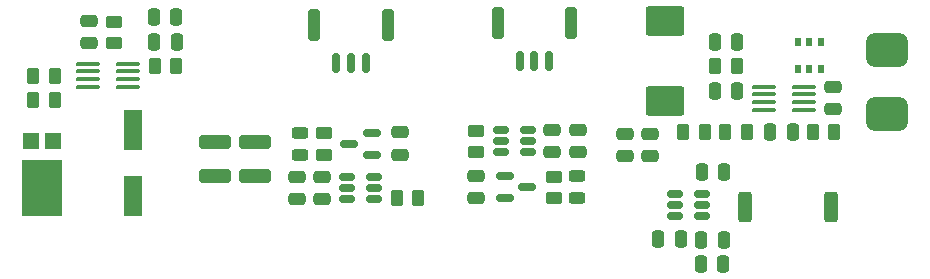
<source format=gtp>
G04 #@! TF.GenerationSoftware,KiCad,Pcbnew,8.0.0*
G04 #@! TF.CreationDate,2024-10-21T16:28:35+02:00*
G04 #@! TF.ProjectId,BatteryBridge,42617474-6572-4794-9272-696467652e6b,rev?*
G04 #@! TF.SameCoordinates,Original*
G04 #@! TF.FileFunction,Paste,Top*
G04 #@! TF.FilePolarity,Positive*
%FSLAX46Y46*%
G04 Gerber Fmt 4.6, Leading zero omitted, Abs format (unit mm)*
G04 Created by KiCad (PCBNEW 8.0.0) date 2024-10-21 16:28:35*
%MOMM*%
%LPD*%
G01*
G04 APERTURE LIST*
G04 Aperture macros list*
%AMRoundRect*
0 Rectangle with rounded corners*
0 $1 Rounding radius*
0 $2 $3 $4 $5 $6 $7 $8 $9 X,Y pos of 4 corners*
0 Add a 4 corners polygon primitive as box body*
4,1,4,$2,$3,$4,$5,$6,$7,$8,$9,$2,$3,0*
0 Add four circle primitives for the rounded corners*
1,1,$1+$1,$2,$3*
1,1,$1+$1,$4,$5*
1,1,$1+$1,$6,$7*
1,1,$1+$1,$8,$9*
0 Add four rect primitives between the rounded corners*
20,1,$1+$1,$2,$3,$4,$5,0*
20,1,$1+$1,$4,$5,$6,$7,0*
20,1,$1+$1,$6,$7,$8,$9,0*
20,1,$1+$1,$8,$9,$2,$3,0*%
G04 Aperture macros list end*
%ADD10RoundRect,0.250000X-0.475000X0.250000X-0.475000X-0.250000X0.475000X-0.250000X0.475000X0.250000X0*%
%ADD11RoundRect,0.150000X-0.512500X-0.150000X0.512500X-0.150000X0.512500X0.150000X-0.512500X0.150000X0*%
%ADD12R,1.600000X3.500000*%
%ADD13RoundRect,0.250000X0.475000X-0.250000X0.475000X0.250000X-0.475000X0.250000X-0.475000X-0.250000X0*%
%ADD14RoundRect,0.250000X0.250000X0.475000X-0.250000X0.475000X-0.250000X-0.475000X0.250000X-0.475000X0*%
%ADD15RoundRect,0.250000X0.262500X0.450000X-0.262500X0.450000X-0.262500X-0.450000X0.262500X-0.450000X0*%
%ADD16RoundRect,0.250000X-0.450000X0.262500X-0.450000X-0.262500X0.450000X-0.262500X0.450000X0.262500X0*%
%ADD17RoundRect,0.250000X-0.262500X-0.450000X0.262500X-0.450000X0.262500X0.450000X-0.262500X0.450000X0*%
%ADD18RoundRect,0.243750X-0.456250X0.243750X-0.456250X-0.243750X0.456250X-0.243750X0.456250X0.243750X0*%
%ADD19RoundRect,0.100000X-0.900000X-0.100000X0.900000X-0.100000X0.900000X0.100000X-0.900000X0.100000X0*%
%ADD20RoundRect,0.250000X1.400000X1.000000X-1.400000X1.000000X-1.400000X-1.000000X1.400000X-1.000000X0*%
%ADD21R,0.510000X0.700000*%
%ADD22RoundRect,0.250000X1.100000X-0.325000X1.100000X0.325000X-1.100000X0.325000X-1.100000X-0.325000X0*%
%ADD23RoundRect,0.250000X-0.250000X-0.475000X0.250000X-0.475000X0.250000X0.475000X-0.250000X0.475000X0*%
%ADD24RoundRect,0.150000X0.150000X0.700000X-0.150000X0.700000X-0.150000X-0.700000X0.150000X-0.700000X0*%
%ADD25RoundRect,0.250000X0.250000X1.100000X-0.250000X1.100000X-0.250000X-1.100000X0.250000X-1.100000X0*%
%ADD26RoundRect,0.150000X-0.587500X-0.150000X0.587500X-0.150000X0.587500X0.150000X-0.587500X0.150000X0*%
%ADD27RoundRect,0.250000X0.450000X-0.262500X0.450000X0.262500X-0.450000X0.262500X-0.450000X-0.262500X0*%
%ADD28RoundRect,0.150000X0.512500X0.150000X-0.512500X0.150000X-0.512500X-0.150000X0.512500X-0.150000X0*%
%ADD29RoundRect,0.300000X-0.300000X1.000000X-0.300000X-1.000000X0.300000X-1.000000X0.300000X1.000000X0*%
%ADD30RoundRect,0.737500X-1.012500X-0.737500X1.012500X-0.737500X1.012500X0.737500X-1.012500X0.737500X0*%
%ADD31RoundRect,0.150000X0.587500X0.150000X-0.587500X0.150000X-0.587500X-0.150000X0.587500X-0.150000X0*%
%ADD32R,1.390000X1.400000*%
%ADD33R,3.360000X4.860000*%
%ADD34RoundRect,0.243750X0.456250X-0.243750X0.456250X0.243750X-0.456250X0.243750X-0.456250X-0.243750X0*%
G04 APERTURE END LIST*
D10*
X125867200Y-88900000D03*
X125867200Y-90800000D03*
X121884400Y-88550000D03*
X121884400Y-90450000D03*
D11*
X102287500Y-92565000D03*
X102287500Y-93515000D03*
X102287500Y-94465000D03*
X104562500Y-94465000D03*
X104562500Y-93515000D03*
X104562500Y-92565000D03*
D12*
X84200000Y-94195200D03*
X84200000Y-88595200D03*
D13*
X98042500Y-94445000D03*
X98042500Y-92545000D03*
D14*
X140042400Y-88775400D03*
X138142400Y-88775400D03*
D15*
X77562500Y-86050000D03*
X75737500Y-86050000D03*
D16*
X100350000Y-88862500D03*
X100350000Y-90687500D03*
X82600000Y-79437500D03*
X82600000Y-81262500D03*
D15*
X108354500Y-94386400D03*
X106529500Y-94386400D03*
D17*
X133487500Y-83200000D03*
X135312500Y-83200000D03*
D18*
X98320000Y-88857500D03*
X98320000Y-90732500D03*
D14*
X130568000Y-97827200D03*
X128668000Y-97827200D03*
D13*
X143450000Y-86850000D03*
X143450000Y-84950000D03*
X100172500Y-94455000D03*
X100172500Y-92555000D03*
D17*
X75737500Y-84000000D03*
X77562500Y-84000000D03*
D19*
X137600800Y-84928000D03*
X137600800Y-85568000D03*
X137600800Y-86228000D03*
X137600800Y-86868000D03*
X141020800Y-86868000D03*
X141020800Y-86228000D03*
X141020800Y-85568000D03*
X141020800Y-84928000D03*
D10*
X106760000Y-88775000D03*
X106760000Y-90675000D03*
D13*
X113231900Y-94358100D03*
X113231900Y-92458100D03*
D20*
X129200000Y-86150000D03*
X129200000Y-79350000D03*
D21*
X140494400Y-83433000D03*
X141444400Y-83433000D03*
X142394400Y-83433000D03*
X142394400Y-81113000D03*
X141444400Y-81113000D03*
X140494400Y-81113000D03*
D22*
X91150000Y-92525000D03*
X91150000Y-89575000D03*
D23*
X86000000Y-81100000D03*
X87900000Y-81100000D03*
D15*
X136142100Y-88798400D03*
X134317100Y-88798400D03*
D24*
X119420000Y-82710000D03*
X118170000Y-82710000D03*
X116920000Y-82710000D03*
D25*
X121270000Y-79510000D03*
X115070000Y-79510000D03*
D23*
X132260000Y-99918000D03*
X134160000Y-99918000D03*
D14*
X135350000Y-81150000D03*
X133450000Y-81150000D03*
D22*
X94550000Y-92525000D03*
X94550000Y-89575000D03*
D24*
X103900000Y-82930000D03*
X102650000Y-82930000D03*
X101400000Y-82930000D03*
D25*
X105750000Y-79730000D03*
X99550000Y-79730000D03*
D10*
X119700000Y-88550000D03*
X119700000Y-90450000D03*
D15*
X132588000Y-88798400D03*
X130763000Y-88798400D03*
D23*
X132290000Y-97878000D03*
X134190000Y-97878000D03*
D14*
X134250000Y-92145600D03*
X132350000Y-92145600D03*
D19*
X80349200Y-82976800D03*
X80349200Y-83616800D03*
X80349200Y-84276800D03*
X80349200Y-84916800D03*
X83769200Y-84916800D03*
X83769200Y-84276800D03*
X83769200Y-83616800D03*
X83769200Y-82976800D03*
D26*
X115698000Y-92458100D03*
X115698000Y-94358100D03*
X117573000Y-93408100D03*
D27*
X119800000Y-94362500D03*
X119800000Y-92537500D03*
D28*
X117651500Y-90482100D03*
X117651500Y-89532100D03*
X117651500Y-88582100D03*
X115376500Y-88582100D03*
X115376500Y-89532100D03*
X115376500Y-90482100D03*
D23*
X85950000Y-79000000D03*
X87850000Y-79000000D03*
D29*
X136000000Y-95150000D03*
X143300000Y-95150000D03*
D14*
X135350000Y-85250000D03*
X133450000Y-85250000D03*
D13*
X80466400Y-81250000D03*
X80466400Y-79350000D03*
D11*
X130105300Y-93990500D03*
X130105300Y-94940500D03*
X130105300Y-95890500D03*
X132380300Y-95890500D03*
X132380300Y-94940500D03*
X132380300Y-93990500D03*
D17*
X141749200Y-88724600D03*
X143574200Y-88724600D03*
D30*
X148031200Y-87274400D03*
X148031200Y-81824400D03*
D27*
X113231900Y-90459800D03*
X113231900Y-88634800D03*
D31*
X104387500Y-90725000D03*
X104387500Y-88825000D03*
X102512500Y-89775000D03*
D17*
X86037500Y-83200000D03*
X87862500Y-83200000D03*
D32*
X77400000Y-89550000D03*
X75560000Y-89550000D03*
D33*
X76480000Y-93532000D03*
D10*
X127950000Y-88900000D03*
X127950000Y-90800000D03*
D34*
X121817500Y-94367500D03*
X121817500Y-92492500D03*
M02*

</source>
